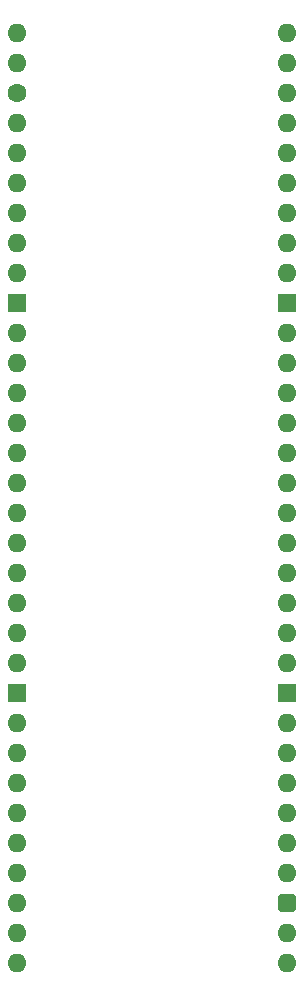
<source format=gbs>
%TF.GenerationSoftware,KiCad,Pcbnew,8.0.7*%
%TF.CreationDate,2025-01-06T08:32:24+02:00*%
%TF.ProjectId,VIA Breakout,56494120-4272-4656-916b-6f75742e6b69,rev?*%
%TF.SameCoordinates,Original*%
%TF.FileFunction,Soldermask,Bot*%
%TF.FilePolarity,Negative*%
%FSLAX46Y46*%
G04 Gerber Fmt 4.6, Leading zero omitted, Abs format (unit mm)*
G04 Created by KiCad (PCBNEW 8.0.7) date 2025-01-06 08:32:24*
%MOMM*%
%LPD*%
G01*
G04 APERTURE LIST*
G04 Aperture macros list*
%AMRoundRect*
0 Rectangle with rounded corners*
0 $1 Rounding radius*
0 $2 $3 $4 $5 $6 $7 $8 $9 X,Y pos of 4 corners*
0 Add a 4 corners polygon primitive as box body*
4,1,4,$2,$3,$4,$5,$6,$7,$8,$9,$2,$3,0*
0 Add four circle primitives for the rounded corners*
1,1,$1+$1,$2,$3*
1,1,$1+$1,$4,$5*
1,1,$1+$1,$6,$7*
1,1,$1+$1,$8,$9*
0 Add four rect primitives between the rounded corners*
20,1,$1+$1,$2,$3,$4,$5,0*
20,1,$1+$1,$4,$5,$6,$7,0*
20,1,$1+$1,$6,$7,$8,$9,0*
20,1,$1+$1,$8,$9,$2,$3,0*%
G04 Aperture macros list end*
%ADD10O,1.600000X1.600000*%
%ADD11C,1.600000*%
%ADD12R,1.600000X1.600000*%
%ADD13RoundRect,0.400000X-0.400000X-0.400000X0.400000X-0.400000X0.400000X0.400000X-0.400000X0.400000X0*%
G04 APERTURE END LIST*
D10*
%TO.C,J1*%
X0Y0D03*
X0Y-2540000D03*
D11*
X0Y-5080000D03*
D10*
X0Y-7620000D03*
X0Y-10160000D03*
X0Y-12700000D03*
X0Y-15240000D03*
X0Y-17780000D03*
X0Y-20320000D03*
D12*
X0Y-22860000D03*
D10*
X0Y-25400000D03*
X0Y-27940000D03*
X0Y-30480000D03*
X0Y-33020000D03*
X0Y-35560000D03*
X0Y-38100000D03*
X0Y-40640000D03*
X0Y-43180000D03*
X0Y-45720000D03*
X0Y-48260000D03*
X0Y-50800000D03*
X0Y-53340000D03*
D12*
X0Y-55880000D03*
D10*
X0Y-58420000D03*
X0Y-60960000D03*
X0Y-63500000D03*
X0Y-66040000D03*
X0Y-68580000D03*
X0Y-71120000D03*
X0Y-73660000D03*
X0Y-76200000D03*
X0Y-78740000D03*
X22860000Y-78740000D03*
X22860000Y-76200000D03*
D13*
X22860000Y-73660000D03*
D10*
X22860000Y-71120000D03*
X22860000Y-68580000D03*
X22860000Y-66040000D03*
X22860000Y-63500000D03*
X22860000Y-60960000D03*
X22860000Y-58420000D03*
D12*
X22860000Y-55880000D03*
D10*
X22860000Y-53340000D03*
X22860000Y-50800000D03*
X22860000Y-48260000D03*
X22860000Y-45720000D03*
X22860000Y-43180000D03*
X22860000Y-40640000D03*
X22860000Y-38100000D03*
X22860000Y-35560000D03*
X22860000Y-33020000D03*
X22860000Y-30480000D03*
X22860000Y-27940000D03*
X22860000Y-25400000D03*
D12*
X22860000Y-22860000D03*
D10*
X22860000Y-20320000D03*
X22860000Y-17780000D03*
X22860000Y-15240000D03*
X22860000Y-12700000D03*
X22860000Y-10160000D03*
X22860000Y-7620000D03*
X22860000Y-5080000D03*
X22860000Y-2540000D03*
X22860000Y0D03*
%TD*%
M02*

</source>
